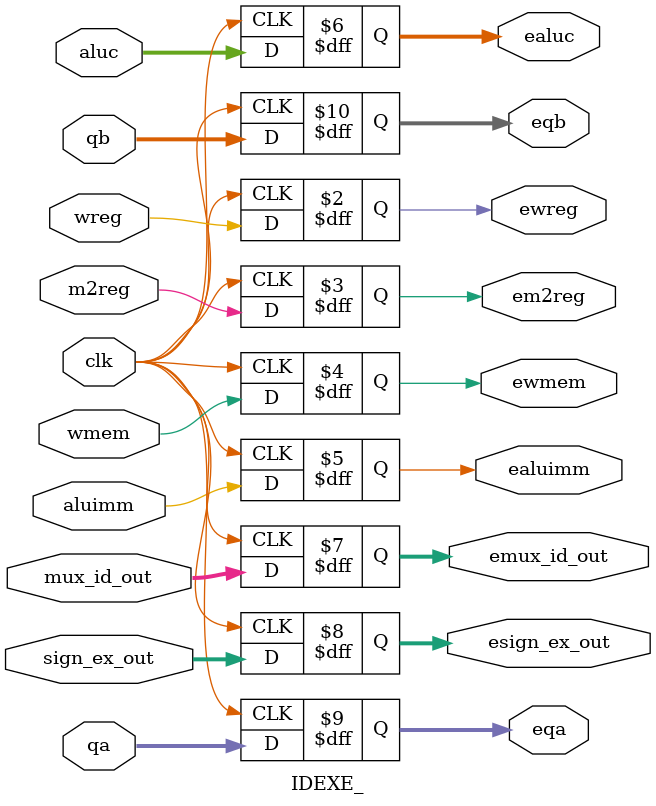
<source format=v>
`timescale 1ns / 1ps


module IDEXE_(
    input clk,
    input  wreg, m2reg, wmem, aluimm,
    input  [3:0] aluc,
    input  [4:0] mux_id_out,
    input  [31:0] sign_ex_out,
    input  [31:0] qa, qb,
    output reg ewreg, em2reg, ewmem, ealuimm,
    output reg [3:0] ealuc,
    output reg [4:0] emux_id_out,
    output reg [31:0] esign_ex_out,
    output reg [31:0] eqa, eqb
    );

    always@(posedge clk)
    begin
    ewreg = wreg;
    em2reg = m2reg;
    ewmem =wmem;
    ealuimm = aluimm;
    ealuc =aluc;
    emux_id_out =mux_id_out;
    esign_ex_out =sign_ex_out;
    eqa=qa;
    eqb=qb;
    end
    
endmodule

</source>
